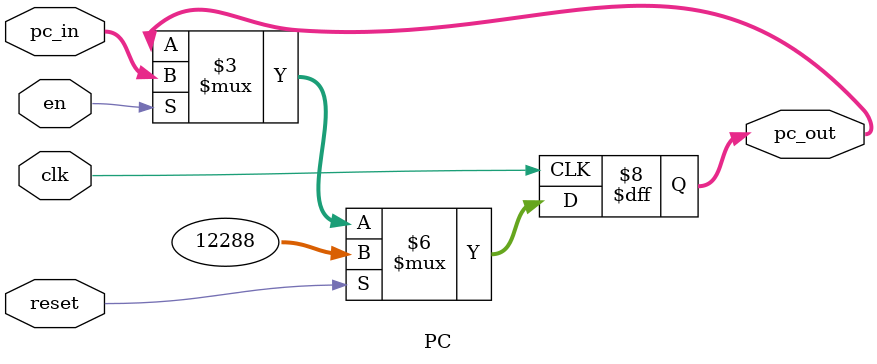
<source format=v>
module PC(
	input clk,
	input reset,
	
	input [31:0] pc_in,
	
	input en,
	
	output reg [31:0] pc_out
    );
	initial begin
		pc_out = 32'h00003000;
	end
	always @(posedge clk) begin
		if (reset) begin
			pc_out <= 32'h00003000;
		end
		else if (en) begin
			pc_out <= pc_in;
		end
	end

endmodule

</source>
